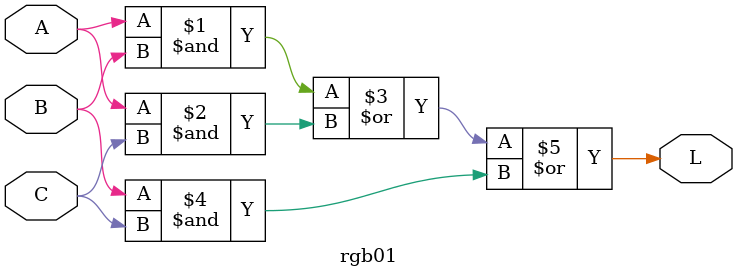
<source format=v>
module rgb01(
    input A,B,C,
    output L
    );
    
    assign L=(A&B)|(A&C)|(B&C);
endmodule

</source>
